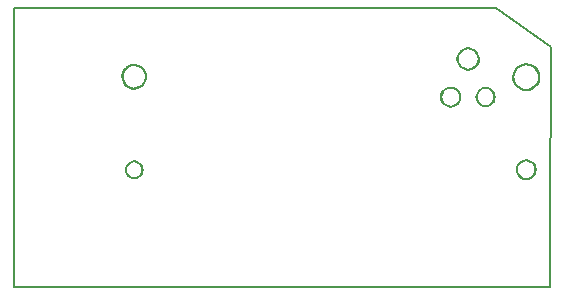
<source format=gm1>
G04 #@! TF.FileFunction,Profile,NP*
%FSLAX46Y46*%
G04 Gerber Fmt 4.6, Leading zero omitted, Abs format (unit mm)*
G04 Created by KiCad (PCBNEW 4.0.7) date 12/06/17 15:50:57*
%MOMM*%
%LPD*%
G01*
G04 APERTURE LIST*
%ADD10C,0.127000*%
G04 APERTURE END LIST*
D10*
X144870095Y-87876379D02*
X144725454Y-87660862D01*
X144954028Y-88121989D02*
X144870095Y-87876379D01*
X144971533Y-88380953D02*
X144954028Y-88121989D01*
X144921416Y-88635623D02*
X144971533Y-88380953D01*
X144807093Y-88868645D02*
X144921416Y-88635623D01*
X144636356Y-89064138D02*
X144807093Y-88868645D01*
X144420839Y-89208779D02*
X144636356Y-89064138D01*
X144175229Y-89292712D02*
X144420839Y-89208779D01*
X143916265Y-89310217D02*
X144175229Y-89292712D01*
X143661595Y-89260100D02*
X143916265Y-89310217D01*
X143428573Y-89145778D02*
X143661595Y-89260100D01*
X143233080Y-88975040D02*
X143428573Y-89145778D01*
X143088439Y-88759523D02*
X143233080Y-88975040D01*
X143004506Y-88513913D02*
X143088439Y-88759523D01*
X142987001Y-88254949D02*
X143004506Y-88513913D01*
X143037118Y-88000279D02*
X142987001Y-88254949D01*
X143151441Y-87767257D02*
X143037118Y-88000279D01*
X143322178Y-87571764D02*
X143151441Y-87767257D01*
X143537695Y-87427123D02*
X143322178Y-87571764D01*
X143783305Y-87343190D02*
X143537695Y-87427123D01*
X144042269Y-87325685D02*
X143783305Y-87343190D01*
X144296939Y-87375802D02*
X144042269Y-87325685D01*
X144529961Y-87490125D02*
X144296939Y-87375802D01*
X144725454Y-87660862D02*
X144529961Y-87490125D01*
X144655415Y-96351724D02*
X144679267Y-96170551D01*
X144585485Y-96520551D02*
X144655415Y-96351724D01*
X144474242Y-96665526D02*
X144585485Y-96520551D01*
X144329267Y-96776769D02*
X144474242Y-96665526D01*
X144160440Y-96846699D02*
X144329267Y-96776769D01*
X143979267Y-96870551D02*
X144160440Y-96846699D01*
X143798094Y-96846699D02*
X143979267Y-96870551D01*
X143629267Y-96776769D02*
X143798094Y-96846699D01*
X143484292Y-96665526D02*
X143629267Y-96776769D01*
X143373049Y-96520551D02*
X143484292Y-96665526D01*
X143303119Y-96351724D02*
X143373049Y-96520551D01*
X143279267Y-96170551D02*
X143303119Y-96351724D01*
X143303119Y-95989377D02*
X143279267Y-96170551D01*
X143373049Y-95820551D02*
X143303119Y-95989377D01*
X143484292Y-95675576D02*
X143373049Y-95820551D01*
X143629267Y-95564333D02*
X143484292Y-95675576D01*
X143798094Y-95494403D02*
X143629267Y-95564333D01*
X143979267Y-95470551D02*
X143798094Y-95494403D01*
X144160440Y-95494403D02*
X143979267Y-95470551D01*
X144329267Y-95564333D02*
X144160440Y-95494403D01*
X144474242Y-95675576D02*
X144329267Y-95564333D01*
X144585485Y-95820551D02*
X144474242Y-95675576D01*
X144655415Y-95989377D02*
X144585485Y-95820551D01*
X144679267Y-96170551D02*
X144655415Y-95989377D01*
X172491324Y-87671516D02*
X172258751Y-87704833D01*
X172707349Y-87579140D02*
X172491324Y-87671516D01*
X172892105Y-87434001D02*
X172707349Y-87579140D01*
X177171431Y-87237210D02*
X177455978Y-87275848D01*
X176216576Y-87783333D02*
X176392311Y-87556228D01*
X178266951Y-88341672D02*
X178228312Y-88626219D01*
X177720828Y-87386816D02*
X177947933Y-87562552D01*
X178228312Y-88626219D02*
X178117344Y-88891069D01*
X176886581Y-87273534D02*
X177171431Y-87237210D01*
X178230627Y-88056821D02*
X178266951Y-88341672D01*
X177947933Y-87562552D02*
X178121816Y-87791078D01*
X176392311Y-87556228D02*
X176620837Y-87382345D01*
X176620837Y-87382345D02*
X176886581Y-87273534D01*
X178121816Y-87791078D02*
X178230627Y-88056821D01*
X177455978Y-87275848D02*
X177720828Y-87386816D01*
X178117344Y-88891069D02*
X177941609Y-89118174D01*
X176877942Y-89398553D02*
X176613092Y-89287585D01*
X176105608Y-88048183D02*
X176216576Y-87783333D01*
X176103293Y-88617580D02*
X176066969Y-88332729D01*
X177162488Y-89437192D02*
X176877942Y-89398553D01*
X176066969Y-88332729D02*
X176105608Y-88048183D01*
X176212104Y-88883324D02*
X176103293Y-88617580D01*
X176385987Y-89111850D02*
X176212104Y-88883324D01*
X176613092Y-89287585D02*
X176385987Y-89111850D01*
X177447339Y-89400868D02*
X177162488Y-89437192D01*
X177713083Y-89292057D02*
X177447339Y-89400868D01*
X177941609Y-89118174D02*
X177713083Y-89292057D01*
X173073515Y-90408714D02*
X172997684Y-90225643D01*
X174110412Y-90686550D02*
X173927341Y-90762381D01*
X173534422Y-90762381D02*
X173351351Y-90686550D01*
X173927341Y-90762381D02*
X173730881Y-90788245D01*
X174388247Y-90408714D02*
X174267618Y-90565921D01*
X174464078Y-90225643D02*
X174388247Y-90408714D01*
X174110412Y-89371818D02*
X174267618Y-89492447D01*
X173073515Y-89649653D02*
X173194144Y-89492447D01*
X174489942Y-90029184D02*
X174464078Y-90225643D01*
X173534422Y-89295987D02*
X173730881Y-89270123D01*
X172971820Y-90029184D02*
X172997684Y-89832724D01*
X173730881Y-90788245D02*
X173534422Y-90762381D01*
X173194144Y-90565921D02*
X173073515Y-90408714D01*
X174464078Y-89832724D02*
X174489942Y-90029184D01*
X174388247Y-89649653D02*
X174464078Y-89832724D01*
X174267618Y-89492447D02*
X174388247Y-89649653D01*
X172997684Y-89832724D02*
X173073515Y-89649653D01*
X174267618Y-90565921D02*
X174110412Y-90686550D01*
X173927341Y-89295987D02*
X174110412Y-89371818D01*
X173730881Y-89270123D02*
X173927341Y-89295987D01*
X173194144Y-89492447D02*
X173351351Y-89371818D01*
X173351351Y-90686550D02*
X173194144Y-90565921D01*
X173351351Y-89371818D02*
X173534422Y-89295987D01*
X172997684Y-90225643D02*
X172971820Y-90029184D01*
X171549037Y-89818523D02*
X171577262Y-90025449D01*
X171340309Y-89460863D02*
X171468216Y-89625953D01*
X171174032Y-89334503D02*
X171340309Y-89460863D01*
X171345592Y-90592222D02*
X171180502Y-90720129D01*
X170987932Y-90800949D02*
X170781006Y-90829175D01*
X171468216Y-89625953D02*
X171549037Y-89818523D01*
X170773536Y-89229193D02*
X170980716Y-89255485D01*
X170374041Y-89338239D02*
X170566610Y-89257418D01*
X170208951Y-89466146D02*
X170374041Y-89338239D01*
X170003572Y-89825739D02*
X170082591Y-89632423D01*
X170005506Y-90239845D02*
X169977280Y-90032919D01*
X170086326Y-90432414D02*
X170005506Y-90239845D01*
X170214233Y-90597504D02*
X170086326Y-90432414D01*
X170573826Y-90802883D02*
X170380510Y-90723864D01*
X170781006Y-90829175D02*
X170573826Y-90802883D01*
X171180502Y-90720129D02*
X170987932Y-90800949D01*
X170980716Y-89255485D02*
X171174032Y-89334503D01*
X170082591Y-89632423D02*
X170208951Y-89466146D01*
X171471952Y-90425945D02*
X171345592Y-90592222D01*
X170566610Y-89257418D02*
X170773536Y-89229193D01*
X171550970Y-90232629D02*
X171471952Y-90425945D01*
X169977280Y-90032919D02*
X170003572Y-89825739D01*
X170380510Y-90723864D02*
X170214233Y-90597504D01*
X171577262Y-90025449D02*
X171550970Y-90232629D01*
X177939701Y-95963496D02*
X177966960Y-96170551D01*
X176959905Y-95397810D02*
X177166960Y-95370551D01*
X176766960Y-95477730D02*
X176959905Y-95397810D01*
X176394219Y-96377606D02*
X176366960Y-96170551D01*
X177859780Y-96570551D02*
X177732645Y-96736236D01*
X176601274Y-95604865D02*
X176766960Y-95477730D01*
X176474140Y-95770551D02*
X176601274Y-95604865D01*
X176959905Y-96943291D02*
X176766960Y-96863371D01*
X177939701Y-96377606D02*
X177859780Y-96570551D01*
X176601274Y-96736236D02*
X176474140Y-96570551D01*
X176366960Y-96170551D02*
X176394219Y-95963496D01*
X176766960Y-96863371D02*
X176601274Y-96736236D01*
X177566960Y-96863371D02*
X177374015Y-96943291D01*
X177732645Y-96736236D02*
X177566960Y-96863371D01*
X177966960Y-96170551D02*
X177939701Y-96377606D01*
X176394219Y-95963496D02*
X176474140Y-95770551D01*
X177166960Y-96970551D02*
X176959905Y-96943291D01*
X177166960Y-95370551D02*
X177374015Y-95397810D01*
X177859780Y-95770551D02*
X177939701Y-95963496D01*
X177566960Y-95477730D02*
X177732645Y-95604865D01*
X177732645Y-95604865D02*
X177859780Y-95770551D01*
X177374015Y-95397810D02*
X177566960Y-95477730D01*
X176474140Y-96570551D02*
X176394219Y-96377606D01*
X177374015Y-96943291D02*
X177166960Y-96970551D01*
X179263420Y-85806008D02*
X174640004Y-82439720D01*
X174640004Y-82439720D02*
X133831599Y-82439720D01*
X179163421Y-101321200D02*
X179263420Y-85806008D01*
X172471530Y-85932962D02*
X172689603Y-86020396D01*
X172005686Y-85938266D02*
X172238259Y-85904949D01*
X171474256Y-87263735D02*
X171381880Y-87047710D01*
X171376576Y-86581866D02*
X171464010Y-86363794D01*
X171789661Y-86030642D02*
X172005686Y-85938266D01*
X173033001Y-87245989D02*
X172892105Y-87434001D01*
X173115130Y-86562072D02*
X173148447Y-86794645D01*
X172238259Y-85904949D02*
X172471530Y-85932962D01*
X171381880Y-87047710D02*
X171348564Y-86815137D01*
X171464010Y-86363794D02*
X171604905Y-86175781D01*
X172258751Y-87704833D02*
X172025480Y-87676820D01*
X171807408Y-87589386D02*
X171619395Y-87448491D01*
X172877615Y-86161291D02*
X173022755Y-86346047D01*
X172689603Y-86020396D02*
X172877615Y-86161291D01*
X171604905Y-86175781D02*
X171789661Y-86030642D01*
X172025480Y-87676820D02*
X171807408Y-87589386D01*
X171348564Y-86815137D02*
X171376576Y-86581866D01*
X173022755Y-86346047D02*
X173115130Y-86562072D01*
X173120434Y-87027916D02*
X173033001Y-87245989D01*
X171619395Y-87448491D02*
X171474256Y-87263735D01*
X173148447Y-86794645D02*
X173120434Y-87027916D01*
X144895495Y-87876379D02*
X144750854Y-87660862D01*
X144979428Y-88121989D02*
X144895495Y-87876379D01*
X144996933Y-88380953D02*
X144979428Y-88121989D01*
X144946816Y-88635623D02*
X144996933Y-88380953D01*
X144832493Y-88868645D02*
X144946816Y-88635623D01*
X144661756Y-89064138D02*
X144832493Y-88868645D01*
X144446239Y-89208779D02*
X144661756Y-89064138D01*
X144200629Y-89292712D02*
X144446239Y-89208779D01*
X143941665Y-89310217D02*
X144200629Y-89292712D01*
X143686995Y-89260100D02*
X143941665Y-89310217D01*
X143453973Y-89145778D02*
X143686995Y-89260100D01*
X143258480Y-88975040D02*
X143453973Y-89145778D01*
X143113839Y-88759523D02*
X143258480Y-88975040D01*
X143029906Y-88513913D02*
X143113839Y-88759523D01*
X143012401Y-88254949D02*
X143029906Y-88513913D01*
X143062518Y-88000279D02*
X143012401Y-88254949D01*
X143176841Y-87767257D02*
X143062518Y-88000279D01*
X143347578Y-87571764D02*
X143176841Y-87767257D01*
X143563095Y-87427123D02*
X143347578Y-87571764D01*
X143808705Y-87343190D02*
X143563095Y-87427123D01*
X144067669Y-87325685D02*
X143808705Y-87343190D01*
X144322339Y-87375802D02*
X144067669Y-87325685D01*
X144555361Y-87490125D02*
X144322339Y-87375802D01*
X144750854Y-87660862D02*
X144555361Y-87490125D01*
X144680815Y-96351724D02*
X144704667Y-96170551D01*
X144610885Y-96520551D02*
X144680815Y-96351724D01*
X144499642Y-96665526D02*
X144610885Y-96520551D01*
X144354667Y-96776769D02*
X144499642Y-96665526D01*
X144185840Y-96846699D02*
X144354667Y-96776769D01*
X144004667Y-96870551D02*
X144185840Y-96846699D01*
X143823494Y-96846699D02*
X144004667Y-96870551D01*
X143654667Y-96776769D02*
X143823494Y-96846699D01*
X143509692Y-96665526D02*
X143654667Y-96776769D01*
X143398449Y-96520551D02*
X143509692Y-96665526D01*
X143328519Y-96351724D02*
X143398449Y-96520551D01*
X143304667Y-96170551D02*
X143328519Y-96351724D01*
X143328519Y-95989377D02*
X143304667Y-96170551D01*
X143398449Y-95820551D02*
X143328519Y-95989377D01*
X143509692Y-95675576D02*
X143398449Y-95820551D01*
X143654667Y-95564333D02*
X143509692Y-95675576D01*
X143823494Y-95494403D02*
X143654667Y-95564333D01*
X144004667Y-95470551D02*
X143823494Y-95494403D01*
X144185840Y-95494403D02*
X144004667Y-95470551D01*
X144354667Y-95564333D02*
X144185840Y-95494403D01*
X144499642Y-95675576D02*
X144354667Y-95564333D01*
X144610885Y-95820551D02*
X144499642Y-95675576D01*
X144680815Y-95989377D02*
X144610885Y-95820551D01*
X144704667Y-96170551D02*
X144680815Y-95989377D01*
X172516724Y-87671516D02*
X172284151Y-87704833D01*
X172732749Y-87579140D02*
X172516724Y-87671516D01*
X172917505Y-87434001D02*
X172732749Y-87579140D01*
X177196831Y-87237210D02*
X177481378Y-87275848D01*
X176241976Y-87783333D02*
X176417711Y-87556228D01*
X178292351Y-88341672D02*
X178253712Y-88626219D01*
X177746228Y-87386816D02*
X177973333Y-87562552D01*
X178253712Y-88626219D02*
X178142744Y-88891069D01*
X176911981Y-87273534D02*
X177196831Y-87237210D01*
X178256027Y-88056821D02*
X178292351Y-88341672D01*
X177973333Y-87562552D02*
X178147216Y-87791078D01*
X176417711Y-87556228D02*
X176646237Y-87382345D01*
X176646237Y-87382345D02*
X176911981Y-87273534D01*
X178147216Y-87791078D02*
X178256027Y-88056821D01*
X177481378Y-87275848D02*
X177746228Y-87386816D01*
X178142744Y-88891069D02*
X177967009Y-89118174D01*
X176903342Y-89398553D02*
X176638492Y-89287585D01*
X176131008Y-88048183D02*
X176241976Y-87783333D01*
X176128693Y-88617580D02*
X176092369Y-88332729D01*
X177187888Y-89437192D02*
X176903342Y-89398553D01*
X176092369Y-88332729D02*
X176131008Y-88048183D01*
X176237504Y-88883324D02*
X176128693Y-88617580D01*
X176411387Y-89111850D02*
X176237504Y-88883324D01*
X176638492Y-89287585D02*
X176411387Y-89111850D01*
X177472739Y-89400868D02*
X177187888Y-89437192D01*
X177738483Y-89292057D02*
X177472739Y-89400868D01*
X177967009Y-89118174D02*
X177738483Y-89292057D01*
X173098915Y-90408714D02*
X173023084Y-90225643D01*
X174135812Y-90686550D02*
X173952741Y-90762381D01*
X173559822Y-90762381D02*
X173376751Y-90686550D01*
X173952741Y-90762381D02*
X173756281Y-90788245D01*
X174413647Y-90408714D02*
X174293018Y-90565921D01*
X174489478Y-90225643D02*
X174413647Y-90408714D01*
X174135812Y-89371818D02*
X174293018Y-89492447D01*
X173098915Y-89649653D02*
X173219544Y-89492447D01*
X174515342Y-90029184D02*
X174489478Y-90225643D01*
X173559822Y-89295987D02*
X173756281Y-89270123D01*
X172997220Y-90029184D02*
X173023084Y-89832724D01*
X173756281Y-90788245D02*
X173559822Y-90762381D01*
X173219544Y-90565921D02*
X173098915Y-90408714D01*
X174489478Y-89832724D02*
X174515342Y-90029184D01*
X174413647Y-89649653D02*
X174489478Y-89832724D01*
X174293018Y-89492447D02*
X174413647Y-89649653D01*
X173023084Y-89832724D02*
X173098915Y-89649653D01*
X174293018Y-90565921D02*
X174135812Y-90686550D01*
X173952741Y-89295987D02*
X174135812Y-89371818D01*
X173756281Y-89270123D02*
X173952741Y-89295987D01*
X173219544Y-89492447D02*
X173376751Y-89371818D01*
X173376751Y-90686550D02*
X173219544Y-90565921D01*
X173376751Y-89371818D02*
X173559822Y-89295987D01*
X173023084Y-90225643D02*
X172997220Y-90029184D01*
X171574437Y-89818523D02*
X171602662Y-90025449D01*
X171365709Y-89460863D02*
X171493616Y-89625953D01*
X171199432Y-89334503D02*
X171365709Y-89460863D01*
X171370992Y-90592222D02*
X171205902Y-90720129D01*
X171013332Y-90800949D02*
X170806406Y-90829175D01*
X171493616Y-89625953D02*
X171574437Y-89818523D01*
X170798936Y-89229193D02*
X171006116Y-89255485D01*
X170399441Y-89338239D02*
X170592010Y-89257418D01*
X170234351Y-89466146D02*
X170399441Y-89338239D01*
X170028972Y-89825739D02*
X170107991Y-89632423D01*
X170030906Y-90239845D02*
X170002680Y-90032919D01*
X170111726Y-90432414D02*
X170030906Y-90239845D01*
X170239633Y-90597504D02*
X170111726Y-90432414D01*
X170599226Y-90802883D02*
X170405910Y-90723864D01*
X170806406Y-90829175D02*
X170599226Y-90802883D01*
X171205902Y-90720129D02*
X171013332Y-90800949D01*
X171006116Y-89255485D02*
X171199432Y-89334503D01*
X170107991Y-89632423D02*
X170234351Y-89466146D01*
X171497352Y-90425945D02*
X171370992Y-90592222D01*
X170592010Y-89257418D02*
X170798936Y-89229193D01*
X171576370Y-90232629D02*
X171497352Y-90425945D01*
X170002680Y-90032919D02*
X170028972Y-89825739D01*
X170405910Y-90723864D02*
X170239633Y-90597504D01*
X171602662Y-90025449D02*
X171576370Y-90232629D01*
X177965101Y-95963496D02*
X177992360Y-96170551D01*
X176985305Y-95397810D02*
X177192360Y-95370551D01*
X176792360Y-95477730D02*
X176985305Y-95397810D01*
X176419619Y-96377606D02*
X176392360Y-96170551D01*
X177885180Y-96570551D02*
X177758045Y-96736236D01*
X176626674Y-95604865D02*
X176792360Y-95477730D01*
X176499540Y-95770551D02*
X176626674Y-95604865D01*
X176985305Y-96943291D02*
X176792360Y-96863371D01*
X177965101Y-96377606D02*
X177885180Y-96570551D01*
X176626674Y-96736236D02*
X176499540Y-96570551D01*
X176392360Y-96170551D02*
X176419619Y-95963496D01*
X176792360Y-96863371D02*
X176626674Y-96736236D01*
X177592360Y-96863371D02*
X177399415Y-96943291D01*
X177758045Y-96736236D02*
X177592360Y-96863371D01*
X177992360Y-96170551D02*
X177965101Y-96377606D01*
X176419619Y-95963496D02*
X176499540Y-95770551D01*
X177192360Y-96970551D02*
X176985305Y-96943291D01*
X177192360Y-95370551D02*
X177399415Y-95397810D01*
X177885180Y-95770551D02*
X177965101Y-95963496D01*
X177592360Y-95477730D02*
X177758045Y-95604865D01*
X177758045Y-95604865D02*
X177885180Y-95770551D01*
X177399415Y-95397810D02*
X177592360Y-95477730D01*
X176499540Y-96570551D02*
X176419619Y-96377606D01*
X177399415Y-96943291D02*
X177192360Y-96970551D01*
X172496930Y-85932962D02*
X172715003Y-86020396D01*
X172031086Y-85938266D02*
X172263659Y-85904949D01*
X171499656Y-87263735D02*
X171407280Y-87047710D01*
X171401976Y-86581866D02*
X171489410Y-86363794D01*
X171815061Y-86030642D02*
X172031086Y-85938266D01*
X173058401Y-87245989D02*
X172917505Y-87434001D01*
X173140530Y-86562072D02*
X173173847Y-86794645D01*
X172263659Y-85904949D02*
X172496930Y-85932962D01*
X171407280Y-87047710D02*
X171373964Y-86815137D01*
X171489410Y-86363794D02*
X171630305Y-86175781D01*
X172284151Y-87704833D02*
X172050880Y-87676820D01*
X171832808Y-87589386D02*
X171644795Y-87448491D01*
X172903015Y-86161291D02*
X173048155Y-86346047D01*
X172715003Y-86020396D02*
X172903015Y-86161291D01*
X171630305Y-86175781D02*
X171815061Y-86030642D01*
X172050880Y-87676820D02*
X171832808Y-87589386D01*
X171373964Y-86815137D02*
X171401976Y-86581866D01*
X173048155Y-86346047D02*
X173140530Y-86562072D01*
X173145834Y-87027916D02*
X173058401Y-87245989D01*
X171644795Y-87448491D02*
X171499656Y-87263735D01*
X173173847Y-86794645D02*
X173145834Y-87027916D01*
X150733002Y-106121201D02*
X179163421Y-106121201D01*
X179163421Y-101321200D02*
X179163421Y-106121201D01*
X150733002Y-106121201D02*
X133831599Y-106121201D01*
X133831599Y-82439720D02*
X133831599Y-106121201D01*
M02*

</source>
